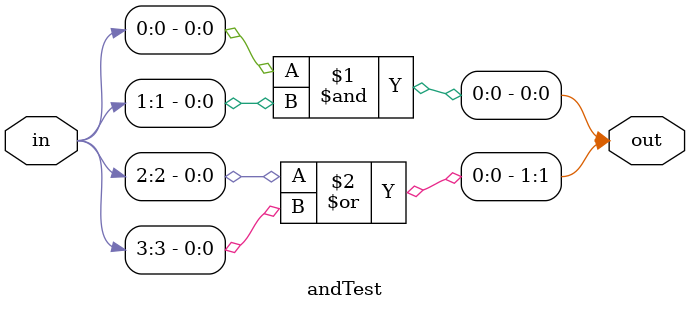
<source format=v>
`timescale 1ns / 1ps
module andTest(
 in,out   );

input [3:0] in; 
output [1:0] out; 

assign out[0] = in[0] & in[1]; 
assign out[1] = in[2] | in[3];

endmodule











</source>
